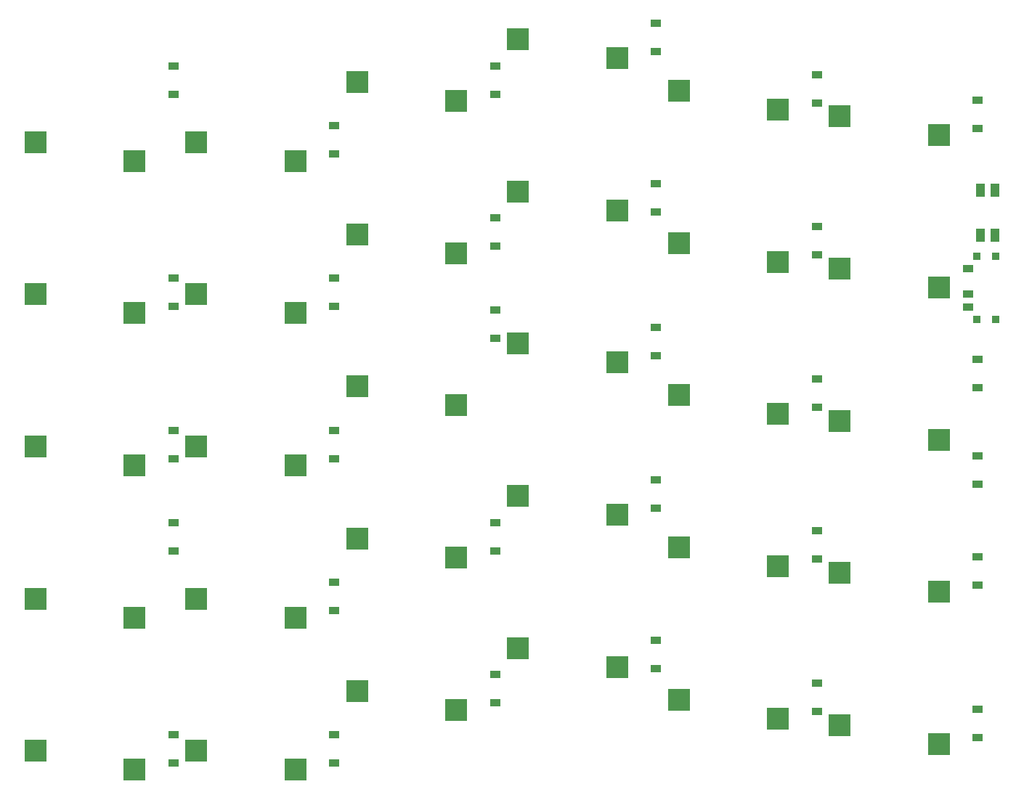
<source format=gbr>
%TF.GenerationSoftware,KiCad,Pcbnew,8.0.7*%
%TF.CreationDate,2025-01-07T16:57:54+01:00*%
%TF.ProjectId,left_finished,6c656674-5f66-4696-9e69-736865642e6b,v1.0.0*%
%TF.SameCoordinates,Original*%
%TF.FileFunction,Paste,Bot*%
%TF.FilePolarity,Positive*%
%FSLAX46Y46*%
G04 Gerber Fmt 4.6, Leading zero omitted, Abs format (unit mm)*
G04 Created by KiCad (PCBNEW 8.0.7) date 2025-01-07 16:57:54*
%MOMM*%
%LPD*%
G01*
G04 APERTURE LIST*
%ADD10R,0.900000X0.900000*%
%ADD11R,1.250000X0.900000*%
%ADD12R,2.600000X2.600000*%
%ADD13R,1.200000X0.900000*%
%ADD14R,1.000000X1.550000*%
G04 APERTURE END LIST*
D10*
%TO.C,T1*%
X203650000Y-96050000D03*
X201450000Y-96050000D03*
X203650000Y-103450000D03*
X201450000Y-103450000D03*
D11*
X200475000Y-97500000D03*
X200475000Y-100500000D03*
X200475000Y-102000000D03*
%TD*%
D12*
%TO.C,S21*%
X178275000Y-149950000D03*
X166725000Y-147750000D03*
%TD*%
%TO.C,S26*%
X197025000Y-152950000D03*
X185475000Y-150750000D03*
%TD*%
D13*
%TO.C,D19*%
X182800000Y-95900000D03*
X182800000Y-92600000D03*
%TD*%
D12*
%TO.C,S6*%
X122025000Y-155950000D03*
X110475000Y-153750000D03*
%TD*%
D13*
%TO.C,D23*%
X201550000Y-81150000D03*
X201550000Y-77850000D03*
%TD*%
%TO.C,D20*%
X182800000Y-78150000D03*
X182800000Y-74850000D03*
%TD*%
%TO.C,D29*%
X164050000Y-144150000D03*
X164050000Y-140850000D03*
%TD*%
%TO.C,D12*%
X145300000Y-77150000D03*
X145300000Y-73850000D03*
%TD*%
D12*
%TO.C,S17*%
X159525000Y-126200000D03*
X147975000Y-124000000D03*
%TD*%
D13*
%TO.C,D25*%
X201550000Y-122650000D03*
X201550000Y-119350000D03*
%TD*%
D12*
%TO.C,S9*%
X122025000Y-102700000D03*
X110475000Y-100500000D03*
%TD*%
D13*
%TO.C,D17*%
X182800000Y-131400000D03*
X182800000Y-128100000D03*
%TD*%
D12*
%TO.C,S27*%
X197025000Y-135200000D03*
X185475000Y-133000000D03*
%TD*%
%TO.C,S5*%
X103275000Y-84950000D03*
X91725000Y-82750000D03*
%TD*%
%TO.C,S1*%
X103275000Y-155950000D03*
X91725000Y-153750000D03*
%TD*%
D13*
%TO.C,D24*%
X201550000Y-111400000D03*
X201550000Y-108100000D03*
%TD*%
D12*
%TO.C,S28*%
X197025000Y-117450000D03*
X185475000Y-115250000D03*
%TD*%
%TO.C,S19*%
X159525000Y-90700000D03*
X147975000Y-88500000D03*
%TD*%
D13*
%TO.C,D27*%
X107800000Y-77150000D03*
X107800000Y-73850000D03*
%TD*%
%TO.C,D9*%
X145300000Y-148150000D03*
X145300000Y-144850000D03*
%TD*%
%TO.C,D13*%
X164050000Y-125400000D03*
X164050000Y-122100000D03*
%TD*%
%TO.C,D14*%
X164050000Y-107650000D03*
X164050000Y-104350000D03*
%TD*%
D12*
%TO.C,S29*%
X197025000Y-99700000D03*
X185475000Y-97500000D03*
%TD*%
%TO.C,S7*%
X122025000Y-138200000D03*
X110475000Y-136000000D03*
%TD*%
%TO.C,S22*%
X178275000Y-132200000D03*
X166725000Y-130000000D03*
%TD*%
%TO.C,S4*%
X103275000Y-102700000D03*
X91725000Y-100500000D03*
%TD*%
D13*
%TO.C,D18*%
X182800000Y-113650000D03*
X182800000Y-110350000D03*
%TD*%
D12*
%TO.C,S20*%
X159525000Y-72950000D03*
X147975000Y-70750000D03*
%TD*%
%TO.C,S8*%
X122025000Y-120450000D03*
X110475000Y-118250000D03*
%TD*%
D13*
%TO.C,D6*%
X126550000Y-119650000D03*
X126550000Y-116350000D03*
%TD*%
D12*
%TO.C,S23*%
X178275000Y-114450000D03*
X166725000Y-112250000D03*
%TD*%
D13*
%TO.C,D2*%
X107800000Y-119650000D03*
X107800000Y-116350000D03*
%TD*%
%TO.C,D8*%
X126550000Y-84150000D03*
X126550000Y-80850000D03*
%TD*%
D12*
%TO.C,S12*%
X140775000Y-131200000D03*
X129225000Y-129000000D03*
%TD*%
D13*
%TO.C,D21*%
X201550000Y-152150000D03*
X201550000Y-148850000D03*
%TD*%
%TO.C,D3*%
X107800000Y-101900000D03*
X107800000Y-98600000D03*
%TD*%
D12*
%TO.C,S24*%
X178275000Y-96700000D03*
X166725000Y-94500000D03*
%TD*%
D13*
%TO.C,D30*%
X164050000Y-90900000D03*
X164050000Y-87600000D03*
%TD*%
D12*
%TO.C,S30*%
X197025000Y-81950000D03*
X185475000Y-79750000D03*
%TD*%
D13*
%TO.C,D10*%
X145300000Y-130400000D03*
X145300000Y-127100000D03*
%TD*%
%TO.C,D28*%
X145300000Y-105650000D03*
X145300000Y-102350000D03*
%TD*%
%TO.C,D5*%
X126550000Y-137400000D03*
X126550000Y-134100000D03*
%TD*%
D12*
%TO.C,S18*%
X159525000Y-108450000D03*
X147975000Y-106250000D03*
%TD*%
%TO.C,S13*%
X140775000Y-113450000D03*
X129225000Y-111250000D03*
%TD*%
D13*
%TO.C,D16*%
X182800000Y-149150000D03*
X182800000Y-145850000D03*
%TD*%
D12*
%TO.C,S10*%
X122025000Y-84950000D03*
X110475000Y-82750000D03*
%TD*%
D13*
%TO.C,D7*%
X126550000Y-101900000D03*
X126550000Y-98600000D03*
%TD*%
%TO.C,D11*%
X145300000Y-94900000D03*
X145300000Y-91600000D03*
%TD*%
D12*
%TO.C,S2*%
X103275000Y-138200000D03*
X91725000Y-136000000D03*
%TD*%
%TO.C,S14*%
X140775000Y-95700000D03*
X129225000Y-93500000D03*
%TD*%
D14*
%TO.C,B1*%
X203600000Y-88325000D03*
X203600000Y-93575000D03*
X201900000Y-88325000D03*
X201900000Y-93575000D03*
%TD*%
D13*
%TO.C,D26*%
X107800000Y-130400000D03*
X107800000Y-127100000D03*
%TD*%
D12*
%TO.C,S16*%
X159525000Y-143950000D03*
X147975000Y-141750000D03*
%TD*%
%TO.C,S3*%
X103275000Y-120450000D03*
X91725000Y-118250000D03*
%TD*%
D13*
%TO.C,D4*%
X126550000Y-155150000D03*
X126550000Y-151850000D03*
%TD*%
D12*
%TO.C,S15*%
X140775000Y-77950000D03*
X129225000Y-75750000D03*
%TD*%
D13*
%TO.C,D15*%
X164050000Y-72150000D03*
X164050000Y-68850000D03*
%TD*%
D12*
%TO.C,S25*%
X178275000Y-78950000D03*
X166725000Y-76750000D03*
%TD*%
D13*
%TO.C,D1*%
X107800000Y-155150000D03*
X107800000Y-151850000D03*
%TD*%
D12*
%TO.C,S11*%
X140775000Y-148950000D03*
X129225000Y-146750000D03*
%TD*%
D13*
%TO.C,D22*%
X201550000Y-134400000D03*
X201550000Y-131100000D03*
%TD*%
M02*

</source>
